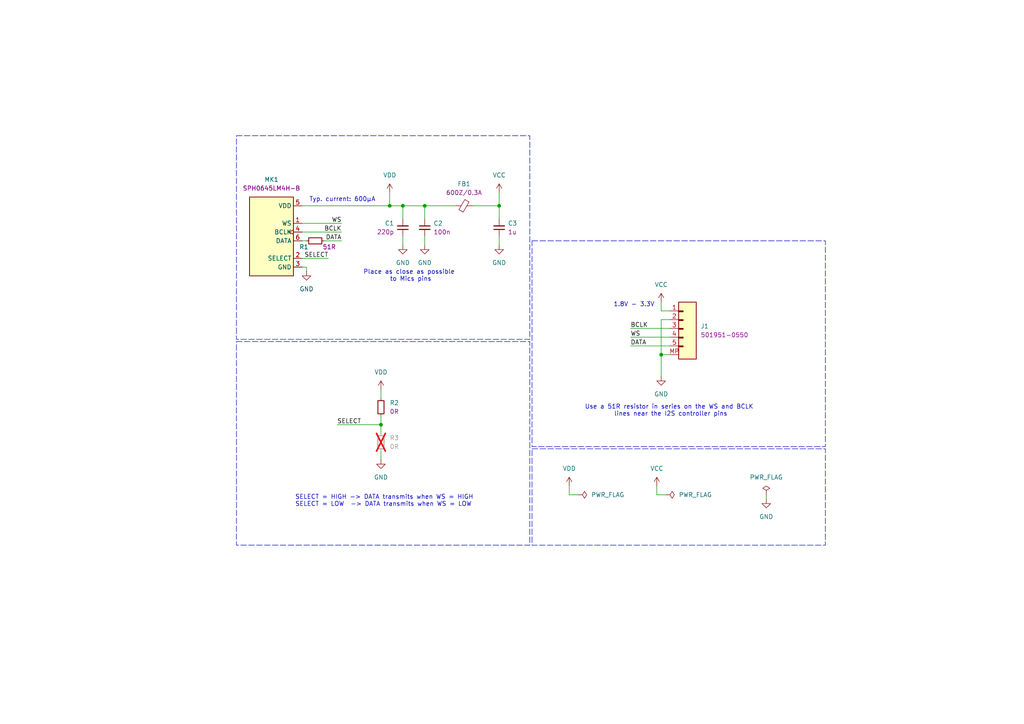
<source format=kicad_sch>
(kicad_sch (version 20231120) (generator "eeschema") (generator_version "8.0")
  (paper "A4")
  (title_block (title "Audio Microphone") (date "07.01.2025") (rev "1.2.0"))
  (lib_symbols
    (symbol "antmicroCapacitors0402:C_100n_0402" (pin_numbers hide) (pin_names hide)
      (property "Reference" "C" (at 20.32 -5.08 0))
      (property "Val" "100n" (at 20.32 -7.62 0))
      (symbol "C_100n_0402_0_1"
        (polyline (pts (xy 2.032 -1.524) (xy 2.032 1.524)) (stroke (width 0.3048)))
        (polyline (pts (xy 3.048 -1.524) (xy 3.048 1.524)) (stroke (width 0.3302)))
      )
      (symbol "C_100n_0402_1_1"
        (pin passive line (at 0 0 0) (length 2.032) (name "~") (number "1"))
        (pin passive line (at 5.08 0 180) (length 2.032) (name "~") (number "2"))
      )
    )
    (symbol "antmicroCapacitors0402:C_1u_0402" (pin_numbers hide) (pin_names hide)
      (property "Reference" "C" (at 20.32 -5.08 0))
      (property "Val" "1u" (at 20.32 -7.62 0))
      (symbol "C_1u_0402_0_1"
        (polyline (pts (xy 2.032 -1.524) (xy 2.032 1.524)) (stroke (width 0.3048)))
        (polyline (pts (xy 3.048 -1.524) (xy 3.048 1.524)) (stroke (width 0.3302)))
      )
      (symbol "C_1u_0402_1_1"
        (pin passive line (at 0 0 0) (length 2.032) (name "~") (number "1"))
        (pin passive line (at 5.08 0 180) (length 2.032) (name "~") (number "2"))
      )
    )
    (symbol "antmicroCapacitors0402:C_220p_0402" (pin_numbers hide) (pin_names hide)
      (property "Reference" "C" (at 20.32 -5.08 0))
      (property "Val" "220p" (at 20.32 -7.62 0))
      (symbol "C_220p_0402_0_1"
        (polyline (pts (xy 2.032 -1.524) (xy 2.032 1.524)) (stroke (width 0.3048)))
        (polyline (pts (xy 3.048 -1.524) (xy 3.048 1.524)) (stroke (width 0.3302)))
      )
      (symbol "C_220p_0402_1_1"
        (pin passive line (at 0 0 0) (length 2.032) (name "~") (number "1"))
        (pin passive line (at 5.08 0 180) (length 2.032) (name "~") (number "2"))
      )
    )
    (symbol "antmicroFCCConnectors:Conn_FFC_Molex_5019510550"
      (property "Reference" "J" (at 22.86 -2.54 0))
      (property "MPN" "501951-0550" (at 22.86 -5.08 0))
      (symbol "Conn_FFC_Molex_5019510550_1_1"
        (rectangle (start 2.54 -10.16) (end 3.81 -10.414) (stroke (width 0.254)) (fill (type background)))
        (rectangle (start 2.54 -7.62) (end 3.81 -7.874) (stroke (width 0.254)) (fill (type background)))
        (rectangle (start 2.54 -5.08) (end 3.81 -5.334) (stroke (width 0.254)) (fill (type background)))
        (rectangle (start 2.54 -2.54) (end 3.81 -2.794) (stroke (width 0.254)) (fill (type background)))
        (rectangle (start 2.54 0) (end 3.81 -0.254) (stroke (width 0.254)) (fill (type background)))
        (rectangle (start 2.54 2.54) (end 7.62 -13.97) (stroke (width 0.254)) (fill (type background)))
        (pin passive line (at 0 0 0) (length 2.54) (name "~") (number "1"))
        (pin passive line (at 0 -2.54 0) (length 2.54) (name "~") (number "2"))
        (pin passive line (at 0 -5.08 0) (length 2.54) (name "~") (number "3"))
        (pin passive line (at 0 -7.62 0) (length 2.54) (name "~") (number "4"))
        (pin passive line (at 0 -10.16 0) (length 2.54) (name "~") (number "5"))
        (pin passive line (at 0 -12.7 0) (length 2.54) (name "~") (number "MP"))
      )
    )
    (symbol "antmicroFerriteBeadsandChips:FB_600Z_0.3A_Murata-BLM15AG_0402" (pin_numbers hide) (pin_names hide)
      (property "Reference" "FB" (at 15.24 0 0))
      (property "Val" "600Z/0.3A" (at 15.24 -5.08 0))
      (symbol "FB_600Z_0.3A_Murata-BLM15AG_0402_0_1"
        (polyline (pts (xy 1.651 0) (xy 1.2446 0)))
        (polyline (pts (xy 3.81 0) (xy 3.3274 0)))
        (polyline (pts (xy 2.2606 -1.8288) (xy 1.0414 -1.1176) (xy 2.7432 1.8288) (xy 3.9624 1.1176) (xy 2.2606 -1.8288)))
      )
      (symbol "FB_600Z_0.3A_Murata-BLM15AG_0402_1_1"
        (pin passive line (at 0 0 0) (length 1.27) (name "~") (number "1"))
        (pin passive line (at 5.08 0 180) (length 1.27) (name "~") (number "2"))
      )
    )
    (symbol "antmicroMicrophones:MK_SPH0645LM4H-B"
      (property "Reference" "MK" (at 15.24 -2.54 0))
      (property "MPN" "SPH0645LM4H-B" (at 15.24 -5.08 0))
      (symbol "MK_SPH0645LM4H-B_1_1"
        (rectangle (start -15.24 2.54) (end -2.54 -20.32) (stroke (width 0.254)) (fill (type background)))
        (pin input line (at 0 -5.08 180) (length 2.54) (name "WS") (number "1"))
        (pin input line (at 0 -15.24 180) (length 2.54) (name "SELECT") (number "2"))
        (pin power_in line (at 0 -17.78 180) (length 2.54) (name "GND") (number "3"))
        (pin input clock (at 0 -7.62 180) (length 2.54) (name "BCLK") (number "4"))
        (pin power_in line (at 0 0 180) (length 2.54) (name "VDD") (number "5"))
        (pin output line (at 0 -10.16 180) (length 2.54) (name "DATA") (number "6"))
      )
    )
    (symbol "antmicroResistors0402:R_0R_0402" (pin_numbers hide) (pin_names hide)
      (property "Reference" "R" (at 20.32 -5.08 0))
      (property "Val" "0R" (at 20.32 -7.62 0))
      (symbol "R_0R_0402_0_1"
        (rectangle (start 0.635 0.889) (end 4.445 -0.889) (stroke (width 0.254)))
      )
      (symbol "R_0R_0402_1_1"
        (pin passive line (at 0 0 0) (length 0.635) (name "~") (number "1"))
        (pin passive line (at 5.08 0 180) (length 0.635) (name "~") (number "2"))
      )
    )
    (symbol "antmicroResistors0402:R_51R_0402" (pin_numbers hide) (pin_names hide)
      (property "Reference" "R" (at 20.32 -5.08 0))
      (property "Val" "51R" (at 20.32 -7.62 0))
      (symbol "R_51R_0402_0_1"
        (rectangle (start 0.635 0.889) (end 4.445 -0.889) (stroke (width 0.254)))
      )
      (symbol "R_51R_0402_1_1"
        (pin passive line (at 0 0 0) (length 0.635) (name "~") (number "1"))
        (pin passive line (at 5.08 0 180) (length 0.635) (name "~") (number "2"))
      )
    )
    (symbol "antmicropower:GND" (power) (pin_numbers hide) (pin_names hide)
      (property "Value" "GND" (at 8.89 -5.08 0))
      (symbol "GND_1_1"
        (polyline (pts (xy 0 0) (xy 0 -1.27) (xy 1.27 -1.27) (xy 0 -2.54) (xy -1.27 -1.27) (xy 0 -1.27)))
        (pin power_in line (at 0 0 270) (length 0) (name "GND") (number "1"))
      )
    )
    (symbol "antmicropower:PWR_FLAG" (power) (pin_numbers hide) (pin_names (offset 0) hide)
      (property "Value" "PWR_FLAG" (at 0 3.81 0))
      (symbol "PWR_FLAG_0_0"
        (pin power_out line (at 0 0 90) (length 0) (name "pwr") (number "1"))
      )
      (symbol "PWR_FLAG_0_1"
        (polyline (pts (xy 0 0) (xy 0 1.27) (xy -1.016 1.905) (xy 0 2.54) (xy 1.016 1.905) (xy 0 1.27)))
      )
    )
    (symbol "antmicropower:VCC" (power) (pin_names (offset 0))
      (property "Value" "VCC" (at 0 3.81 0))
      (symbol "VCC_0_1"
        (polyline (pts (xy -0.762 1.27) (xy 0 2.54)))
        (polyline (pts (xy 0 0) (xy 0 2.54)))
        (polyline (pts (xy 0 2.54) (xy 0.762 1.27)))
      )
      (symbol "VCC_1_1"
        (pin power_in line (at 0 0 90) (length 0) hide (name "VCC") (number "1"))
      )
    )
    (symbol "antmicropower:VDD" (power) (pin_names (offset 0))
      (property "Value" "VDD" (at 0 3.81 0))
      (symbol "VDD_0_1"
        (polyline (pts (xy -0.762 1.27) (xy 0 2.54)))
        (polyline (pts (xy 0 0) (xy 0 2.54)))
        (polyline (pts (xy 0 2.54) (xy 0.762 1.27)))
      )
      (symbol "VDD_1_1"
        (pin power_in line (at 0 0 90) (length 0) hide (name "VDD") (number "1"))
      )
    )
  )
  (junction (at 191.77 102.87))
  (junction (at 113.03 59.69))
  (junction (at 123.19 59.69))
  (junction (at 116.84 59.69))
  (junction (at 144.78 59.69))
  (junction (at 110.49 123.19))
  (wire (pts (xy 123.19 59.69) (xy 132.08 59.69)))
  (wire (pts (xy 88.9 77.47) (xy 88.9 78.74)))
  (wire (pts (xy 87.63 59.69) (xy 113.03 59.69)))
  (wire (pts (xy 87.63 67.31) (xy 99.06 67.31)))
  (wire (pts (xy 191.77 90.17) (xy 191.77 87.63)))
  (wire (pts (xy 110.49 113.03) (xy 110.49 115.57)))
  (wire (pts (xy 93.98 69.85) (xy 99.06 69.85)))
  (wire (pts (xy 87.63 77.47) (xy 88.9 77.47)))
  (wire (pts (xy 194.31 97.79) (xy 182.88 97.79)))
  (wire (pts (xy 194.31 95.25) (xy 182.88 95.25)))
  (wire (pts (xy 113.03 55.88) (xy 113.03 59.69)))
  (wire (pts (xy 87.63 69.85) (xy 88.9 69.85)))
  (wire (pts (xy 191.77 102.87) (xy 191.77 109.22)))
  (wire (pts (xy 190.5 140.97) (xy 190.5 143.51)))
  (wire (pts (xy 97.79 123.19) (xy 110.49 123.19)))
  (wire (pts (xy 123.19 59.69) (xy 116.84 59.69)))
  (wire (pts (xy 191.77 102.87) (xy 194.31 102.87)))
  (wire (pts (xy 194.31 90.17) (xy 191.77 90.17)))
  (wire (pts (xy 110.49 130.81) (xy 110.49 133.35)))
  (wire (pts (xy 137.16 59.69) (xy 144.78 59.69)))
  (wire (pts (xy 194.31 92.71) (xy 191.77 92.71)))
  (wire (pts (xy 110.49 120.65) (xy 110.49 123.19)))
  (wire (pts (xy 116.84 59.69) (xy 116.84 63.5)))
  (wire (pts (xy 87.63 74.93) (xy 95.25 74.93)))
  (wire (pts (xy 194.31 100.33) (xy 182.88 100.33)))
  (wire (pts (xy 222.25 143.51) (xy 222.25 144.78)))
  (wire (pts (xy 144.78 59.69) (xy 144.78 63.5)))
  (wire (pts (xy 167.64 143.51) (xy 165.1 143.51)))
  (wire (pts (xy 165.1 143.51) (xy 165.1 140.97)))
  (wire (pts (xy 190.5 143.51) (xy 193.04 143.51)))
  (wire (pts (xy 116.84 71.12) (xy 116.84 68.58)))
  (wire (pts (xy 113.03 59.69) (xy 116.84 59.69)))
  (wire (pts (xy 110.49 123.19) (xy 110.49 125.73)))
  (wire (pts (xy 87.63 64.77) (xy 99.06 64.77)))
  (wire (pts (xy 123.19 71.12) (xy 123.19 68.58)))
  (wire (pts (xy 191.77 92.71) (xy 191.77 102.87)))
  (wire (pts (xy 144.78 71.12) (xy 144.78 68.58)))
  (wire (pts (xy 144.78 55.88) (xy 144.78 59.69)))
  (wire (pts (xy 123.19 59.69) (xy 123.19 63.5)))
  (rectangle (start 68.58 99.06) (end 153.67 158.115) (stroke (width 0) (type dash)))
  (rectangle (start 68.58 39.37) (end 153.67 98.425) (stroke (width 0) (type dash)))
  (rectangle (start 154.305 69.85) (end 239.395 129.54) (stroke (width 0) (type dash)))
  (rectangle (start 154.305 130.175) (end 239.395 158.115) (stroke (width 0) (type dash)))
  (text "1.8V - 3.3V" (at 183.896 88.392 0) (effects (font (size 1.27 1.27))))
  (text "Use a 51R resistor in series on the WS and BCLK \nlines near the I2S controller pins" (at 194.564 119.126 0) (effects (font (size 1.27 1.27))))
  (text "Place as close as possible \nto Mics pins\n" (at 119.126 80.01 0) (effects (font (size 1.27 1.27))))
  (text "Typ. current: 600µA" (at 99.314 57.912 0) (effects (font (size 1.27 1.27))))
  (text "SELECT = HIGH -> DATA transmits when WS = HIGH \nSELECT = LOW  -> DATA transmits when WS = LOW \n" (at 85.598 145.288 0) (effects (font (size 1.27 1.27)) (justify left)))
  (label "DATA" (at 182.88 100.33 0))
  (label "DATA" (at 99.06 69.85 180))
  (label "SELECT" (at 95.25 74.93 180))
  (label "WS" (at 182.88 97.79 0))
  (label "SELECT" (at 97.79 123.19 0))
  (label "BCLK" (at 99.06 67.31 180))
  (label "WS" (at 99.06 64.77 180))
  (label "BCLK" (at 182.88 95.25 0))
  (symbol (lib_id "antmicropower:PWR_FLAG") (at 222.25 143.51 0) (unit 1)
    (property "Reference" "#FLG03" (effects (hide yes)))
    (property "Value" "PWR_FLAG" (at 222.25 138.43 0))
  )
  (symbol (lib_id "antmicroFCCConnectors:Conn_FFC_Molex_5019510550") (at 194.31 90.17 0) (unit 1)
    (property "Reference" "J1" (at 203.2 94.615 0) (effects (justify left)))
    (property "Value" "Conn_FFC_Molex_5019510550" (effects (hide yes)))
    (property "Footprint" "antmicro-footprints:Conn_FFC_Molex_5019510550" (effects (hide yes)))
    (property "Datasheet" "https://www.molex.com/content/dam/molex/molex-dot-com/products/automated/en-us/salesdrawingpdf/501/501951/5019510550_sd.pdf?inline" (effects (hide yes)))
    (property "Description" "Connector FFC/FPC SKT 5 Position 0.5mm Solder Straight Surface Mount T/R" (effects (hide yes)))
    (property "Manufacturer" "Molex" (effects (hide yes)))
    (property "MPN" "501951-0550" (at 203.2 97.155 0) (effects (justify left)))
    (property "Author" "Antmicro" (effects (hide yes)))
    (property "License" "Apache-2.0" (effects (hide yes)))
  )
  (symbol (lib_id "antmicropower:VDD") (at 113.03 55.88 0) (unit 1)
    (property "Reference" "#PWR06" (effects (hide yes)))
    (property "Value" "VDD" (at 113.03 50.8 0))
  )
  (symbol (lib_id "antmicropower:VDD") (at 165.1 140.97 0) (unit 1)
    (property "Reference" "#PWR010" (effects (hide yes)))
    (property "Value" "VDD" (at 165.1 135.89 0))
  )
  (symbol (lib_id "antmicroCapacitors0402:C_100n_0402") (at 123.19 63.5 270) (unit 1)
    (property "Reference" "C2" (at 125.73 64.7763 90) (effects (justify left)))
    (property "Value" "C_100n_0402" (effects (hide yes)))
    (property "Footprint" "antmicro-footprints:C_0402_1005Metric" (effects (hide yes)))
    (property "Datasheet" "https://www.murata.com/products/productdetail?partno=GRM155R61H104KE14%23" (effects (hide yes)))
    (property "Description" "SMD Multilayer Ceramic Capacitor, 0.1 µF, 50 V, 0402 [1005 Metric], ± 10%, X5R, GRM Series" (effects (hide yes)))
    (property "MPN" "GRM155R61H104KE14D" (effects (hide yes)))
    (property "Manufacturer" "Murata" (effects (hide yes)))
    (property "License" "Apache-2.0" (effects (hide yes)))
    (property "Author" "Antmicro" (effects (hide yes)))
    (property "Val" "100n" (at 125.73 67.3163 90) (effects (justify left)))
    (property "Voltage" "50V" (effects (hide yes)))
    (property "Dielectric" "X5R" (effects (hide yes)))
  )
  (symbol (lib_id "antmicropower:VCC") (at 144.78 55.88 0) (unit 1)
    (property "Reference" "#PWR012" (effects (hide yes)))
    (property "Value" "VCC" (at 144.78 50.8 0))
  )
  (symbol (lib_id "antmicropower:PWR_FLAG") (at 193.04 143.51 270) (unit 1)
    (property "Reference" "#FLG01" (effects (hide yes)))
    (property "Value" "PWR_FLAG" (at 196.85 143.5099 90) (effects (justify left)))
  )
  (symbol (lib_id "antmicropower:GND") (at 144.78 71.12 0) (unit 1)
    (property "Reference" "#PWR03" (effects (hide yes)))
    (property "Value" "GND" (at 144.78 76.2 0))
    (property "Author" "Antmicro" (effects (hide yes)))
    (property "License" "Apache-2.0" (effects (hide yes)))
  )
  (symbol (lib_id "antmicropower:PWR_FLAG") (at 167.64 143.51 270) (unit 1)
    (property "Reference" "#FLG02" (effects (hide yes)))
    (property "Value" "PWR_FLAG" (at 171.45 143.5099 90) (effects (justify left)))
  )
  (symbol (lib_id "antmicroResistors0402:R_0R_0402") (at 110.49 130.81 90) (unit 1) (dnp yes)
    (property "Reference" "R3" (at 113.03 127 90) (effects (justify right)))
    (property "Value" "R_0R_0402" (effects (hide yes)))
    (property "Footprint" "antmicro-footprints:R_0402_1005Metric" (effects (hide yes)))
    (property "Datasheet" "https://industrial.panasonic.com/cdbs/www-data/pdf/RDA0000/AOA0000C301.pdf" (effects (hide yes)))
    (property "Description" "SMD Chip Resistor, Jumper, 0 ohm, 100 mW, 0402 [1005 Metric], Thick Film, General Purpose" (effects (hide yes)))
    (property "MPN" "ERJ2GE0R00X" (effects (hide yes)))
    (property "Manufacturer" "Panasonic" (effects (hide yes)))
    (property "License" "Apache-2.0" (effects (hide yes)))
    (property "Author" "Antmicro" (effects (hide yes)))
    (property "Val" "0R" (at 113.03 129.54 90) (effects (justify right)))
    (property "Current" "1A" (effects (hide yes)))
  )
  (symbol (lib_id "antmicroResistors0402:R_0R_0402") (at 110.49 120.65 90) (unit 1)
    (property "Reference" "R2" (at 113.03 116.84 90) (effects (justify right)))
    (property "Value" "R_0R_0402" (effects (hide yes)))
    (property "Footprint" "antmicro-footprints:R_0402_1005Metric" (effects (hide yes)))
    (property "Datasheet" "https://industrial.panasonic.com/cdbs/www-data/pdf/RDA0000/AOA0000C301.pdf" (effects (hide yes)))
    (property "Description" "SMD Chip Resistor, Jumper, 0 ohm, 100 mW, 0402 [1005 Metric], Thick Film, General Purpose" (effects (hide yes)))
    (property "MPN" "ERJ2GE0R00X" (effects (hide yes)))
    (property "Manufacturer" "Panasonic" (effects (hide yes)))
    (property "License" "Apache-2.0" (effects (hide yes)))
    (property "Author" "Antmicro" (effects (hide yes)))
    (property "Val" "0R" (at 113.03 119.38 90) (effects (justify right)))
    (property "Current" "1A" (effects (hide yes)))
  )
  (symbol (lib_id "antmicroFerriteBeadsandChips:FB_600Z_0.3A_Murata-BLM15AG_0402") (at 132.08 59.69 0) (unit 1)
    (property "Reference" "FB1" (at 134.5819 53.34 0))
    (property "Value" "FB_600Z_0.3A_Murata-BLM15AG_0402" (effects (hide yes)))
    (property "Footprint" "antmicro-footprints:FB_0402_1005Metric" (effects (hide yes)))
    (property "Datasheet" "https://www.murata.com/en-us/products/productdata/8796740059166/ENFA0018.pdf" (effects (hide yes)))
    (property "Description" "Ferrite Bead, 0402 [1005 Metric], 600 ohm, 300 mA, BLM15AG_SN, 0.6 ohm, ± 25%, General use" (effects (hide yes)))
    (property "Val" "600Z/0.3A" (at 134.5819 55.88 0))
    (property "MPN" "BLM15AG601SN1D" (effects (hide yes)))
    (property "Manufacturer" "Murata" (effects (hide yes)))
    (property "Author" "Antmicro" (effects (hide yes)))
    (property "License" "Apache-2.0" (effects (hide yes)))
  )
  (symbol (lib_id "antmicropower:VDD") (at 110.49 113.03 0) (unit 1)
    (property "Reference" "#PWR07" (effects (hide yes)))
    (property "Value" "VDD" (at 110.49 107.95 0))
  )
  (symbol (lib_id "antmicropower:VCC") (at 190.5 140.97 0) (unit 1)
    (property "Reference" "#PWR08" (effects (hide yes)))
    (property "Value" "VCC" (at 190.5 135.89 0))
  )
  (symbol (lib_id "antmicroCapacitors0402:C_1u_0402") (at 144.78 68.58 90) (unit 1)
    (property "Reference" "C3" (at 147.32 64.7636 90) (effects (justify right)))
    (property "Value" "C_1u_0402" (effects (hide yes)))
    (property "Footprint" "antmicro-footprints:C_0402_1005Metric" (effects (hide yes)))
    (property "Datasheet" "https://product.tdk.com/en/search/capacitor/ceramic/mlcc/info?part_no=C1005X6S1A105K050BC" (effects (hide yes)))
    (property "Description" "SMD Multilayer Ceramic Capacitor, 1 µF, 10 V, 0402 [1005 Metric], ± 10%, X6S, C" (effects (hide yes)))
    (property "MPN" "C1005X6S1A105K050BC" (effects (hide yes)))
    (property "Manufacturer" "TDK" (effects (hide yes)))
    (property "License" "Apache-2.0" (effects (hide yes)))
    (property "Author" "Antmicro" (effects (hide yes)))
    (property "Val" "1u" (at 147.32 67.3036 90) (effects (justify right)))
  )
  (symbol (lib_id "antmicroCapacitors0402:C_220p_0402") (at 116.84 68.58 270) (mirror x) (unit 1)
    (property "Reference" "C1" (at 114.3 64.7636 90) (effects (justify right)))
    (property "Value" "C_220p_0402" (effects (hide yes)))
    (property "Footprint" "antmicro-footprints:C_0402_1005Metric" (effects (hide yes)))
    (property "Datasheet" "https://spicat.kyocera-avx.com/product/mlcc/chartview/04025C221JAT2A/" (effects (hide yes)))
    (property "Description" "SMD Multilayer Ceramic Capacitor, 220 pF, 50 V, 0402 [1005 Metric], ± 10%, X7R, MC" (effects (hide yes)))
    (property "MPN" "04025C221JAT2A" (effects (hide yes)))
    (property "Manufacturer" "KYOCERA AVX" (effects (hide yes)))
    (property "License" "Apache-2.0" (effects (hide yes)))
    (property "Author" "Antmicro" (effects (hide yes)))
    (property "Val" "220p" (at 114.3 67.3036 90) (effects (justify right)))
  )
  (symbol (lib_id "antmicropower:GND") (at 110.49 133.35 0) (unit 1)
    (property "Reference" "#PWR09" (effects (hide yes)))
    (property "Value" "GND" (at 110.49 138.43 0))
    (property "Author" "Antmicro" (effects (hide yes)))
    (property "License" "Apache-2.0" (effects (hide yes)))
  )
  (symbol (lib_id "antmicroResistors0402:R_51R_0402") (at 88.9 69.85 0) (unit 1)
    (property "Reference" "R1" (at 88.138 71.628 0))
    (property "Value" "R_51R_0402" (effects (hide yes)))
    (property "Footprint" "antmicro-footprints:R_0402_1005Metric" (effects (hide yes)))
    (property "Datasheet" "https://www.bourns.com/docs/product-datasheets/cr.pdf" (effects (hide yes)))
    (property "Description" "SMD Chip Resistor, 51 ohm, ± 1%, 63 mW, 0402 [1005 Metric], Thick Film, General Purpose" (effects (hide yes)))
    (property "MPN" "CR0402-FX-51R0GLF" (effects (hide yes)))
    (property "Manufacturer" "Bourns" (effects (hide yes)))
    (property "License" "Apache-2.0" (effects (hide yes)))
    (property "Author" "Antmicro" (effects (hide yes)))
    (property "Val" "51R" (at 95.504 71.628 0))
    (property "Tolerance" "1%" (effects (hide yes)))
  )
  (symbol (lib_id "antmicropower:GND") (at 116.84 71.12 0) (unit 1)
    (property "Reference" "#PWR01" (effects (hide yes)))
    (property "Value" "GND" (at 116.84 76.2 0))
    (property "Author" "Antmicro" (effects (hide yes)))
    (property "License" "Apache-2.0" (effects (hide yes)))
  )
  (symbol (lib_id "antmicropower:GND") (at 123.19 71.12 0) (unit 1)
    (property "Reference" "#PWR02" (effects (hide yes)))
    (property "Value" "GND" (at 123.19 76.2 0))
    (property "Author" "Antmicro" (effects (hide yes)))
    (property "License" "Apache-2.0" (effects (hide yes)))
  )
  (symbol (lib_id "antmicropower:VCC") (at 191.77 87.63 0) (unit 1)
    (property "Reference" "#PWR011" (effects (hide yes)))
    (property "Value" "VCC" (at 191.77 82.55 0))
  )
  (symbol (lib_id "antmicropower:GND") (at 222.25 144.78 0) (unit 1)
    (property "Reference" "#PWR013" (effects (hide yes)))
    (property "Value" "GND" (at 222.25 149.86 0))
    (property "Author" "Antmicro" (effects (hide yes)))
    (property "License" "Apache-2.0" (effects (hide yes)))
  )
  (symbol (lib_id "antmicropower:GND") (at 191.77 109.22 0) (unit 1)
    (property "Reference" "#PWR05" (effects (hide yes)))
    (property "Value" "GND" (at 191.77 114.3 0))
    (property "Author" "Antmicro" (effects (hide yes)))
    (property "License" "Apache-2.0" (effects (hide yes)))
  )
  (symbol (lib_id "antmicropower:GND") (at 88.9 78.74 0) (unit 1)
    (property "Reference" "#PWR04" (effects (hide yes)))
    (property "Value" "GND" (at 88.9 83.82 0))
    (property "Author" "Antmicro" (effects (hide yes)))
    (property "License" "Apache-2.0" (effects (hide yes)))
  )
  (symbol (lib_id "antmicroMicrophones:MK_SPH0645LM4H-B") (at 87.63 59.69 0) (unit 1)
    (property "Reference" "MK1" (at 78.74 52.07 0))
    (property "Value" "MK_SPH0645LM4H-B" (effects (hide yes)))
    (property "Footprint" "antmicro-footprints:MK_SPH0645LM4H-B" (effects (hide yes)))
    (property "Datasheet" "https://eu.mouser.com/datasheet/2/218/ph0645lm4h_b_datasheet_rev_c-1525723.pdf" (effects (hide yes)))
    (property "Description" "MEMS Microphones, BP, I2S output, 1.62V - 3.6V" (effects (hide yes)))
    (property "Manufacturer" "Knowles" (effects (hide yes)))
    (property "MPN" "SPH0645LM4H-B" (at 78.74 54.61 0))
    (property "Author" "Antmicro" (effects (hide yes)))
    (property "License" "Apache-2.0" (effects (hide yes)))
  )
)
</source>
